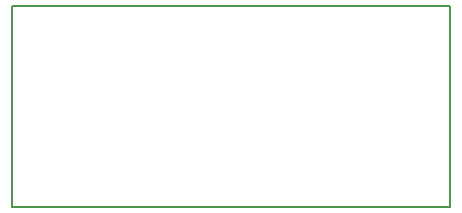
<source format=gbr>
G04 #@! TF.GenerationSoftware,KiCad,Pcbnew,5.1.5-52549c5~84~ubuntu18.04.1*
G04 #@! TF.CreationDate,2020-05-04T20:07:59+02:00*
G04 #@! TF.ProjectId,rs485_usb_adapter,72733438-355f-4757-9362-5f6164617074,rev?*
G04 #@! TF.SameCoordinates,Original*
G04 #@! TF.FileFunction,Profile,NP*
%FSLAX46Y46*%
G04 Gerber Fmt 4.6, Leading zero omitted, Abs format (unit mm)*
G04 Created by KiCad (PCBNEW 5.1.5-52549c5~84~ubuntu18.04.1) date 2020-05-04 20:07:59*
%MOMM*%
%LPD*%
G04 APERTURE LIST*
%ADD10C,0.150000*%
G04 APERTURE END LIST*
D10*
X145100000Y-99900000D02*
X145100000Y-82900000D01*
X182200000Y-99900000D02*
X145100000Y-99900000D01*
X182200000Y-82900000D02*
X182200000Y-99900000D01*
X145100000Y-82900000D02*
X182200000Y-82900000D01*
M02*

</source>
